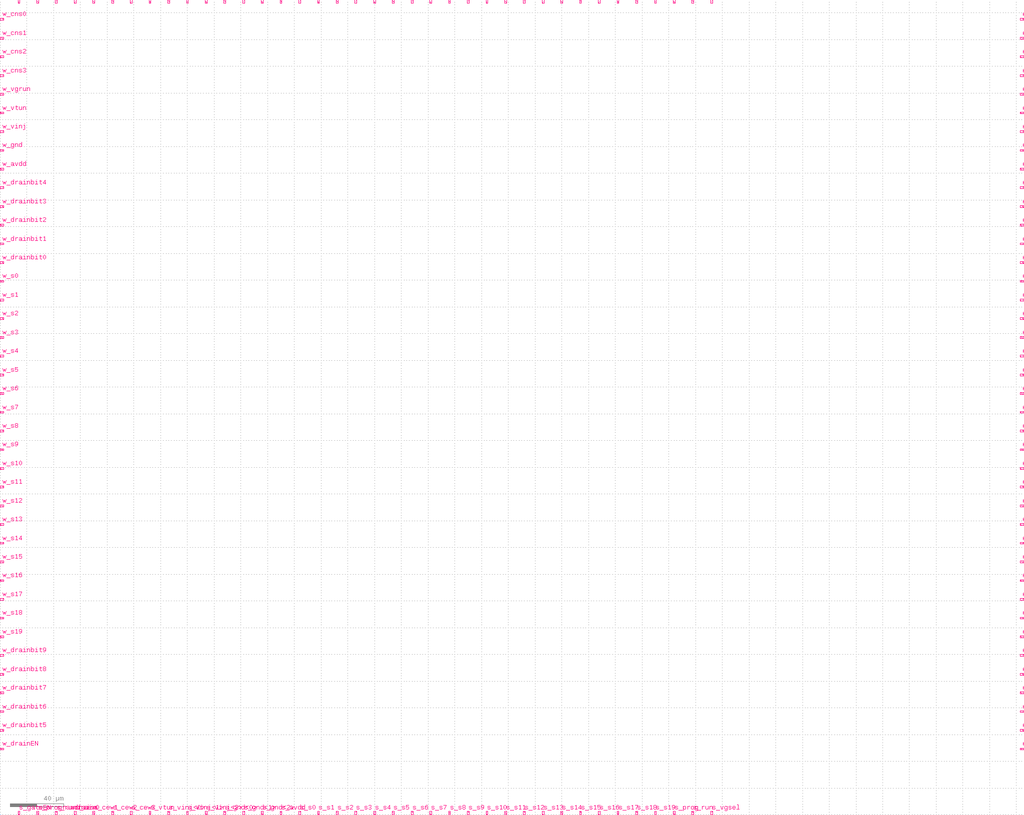
<source format=lef>
VERSION 5.5 ;
NAMESCASESENSITIVE ON ;
BUSBITCHARS "[]" ;
DIVIDERCHAR "/" ;

PROPERTYDEFINITIONS
  LAYER routingPitch REAL ;
END PROPERTYDEFINITIONS

UNITS
  DATABASE MICRONS 1000 ;
END UNITS
MANUFACTURINGGRID 0.01 ;
LAYER POLY1
  TYPE MASTERSLICE ;
END POLY1

LAYER CONT
  TYPE CUT ;
  SPACING 0.4 ;
END CONT

LAYER METAL1
  TYPE ROUTING ;
  DIRECTION HORIZONTAL ;
  PITCH 0 ;
  WIDTH 0.5 ;
  SPACING 0.45 ;
  PROPERTY routingPitch 1.25 ;
END METAL1

LAYER VIA12
  TYPE CUT ;
  SPACING 0.45 ;
END VIA12

LAYER METAL2
  TYPE ROUTING ;
  DIRECTION VERTICAL ;
  PITCH 0 ;
  WIDTH 0.6 ;
  SPACING 0.5 ;
  PROPERTY routingPitch 1.4 ;
END METAL2

LAYER VIA23
  TYPE CUT ;
  SPACING 0.45 ;
END VIA23

LAYER METAL3
  TYPE ROUTING ;
  DIRECTION HORIZONTAL ;
  PITCH 0 ;
  WIDTH 0.6 ;
  SPACING 0.5 ;
  PROPERTY routingPitch 1.25 ;
END METAL3

LAYER VIA34
  TYPE CUT ;
  SPACING 0.45 ;
END VIA34

LAYER METAL4
  TYPE ROUTING ;
  DIRECTION VERTICAL ;
  PITCH 0 ;
  WIDTH 0.6 ;
  SPACING 0.6 ;
  PROPERTY routingPitch 1.4 ;
END METAL4

LAYER OVERLAP
  TYPE OVERLAP ;
END OVERLAP

VIARULE M4_M3 GENERATE
  LAYER METAL3 ;
    ENCLOSURE 0.2 0.2 ;
  LAYER METAL4 ;
    ENCLOSURE 0.15 0.15 ;
  LAYER VIA34 ;
    RECT -0.25 -0.25 0.25 0.25 ;
    SPACING 1 BY 1 ;
END M4_M3

VIARULE M3_M2 GENERATE
  LAYER METAL2 ;
    ENCLOSURE 0.2 0.2 ;
  LAYER METAL3 ;
    ENCLOSURE 0.15 0.15 ;
  LAYER VIA23 ;
    RECT -0.25 -0.25 0.25 0.25 ;
    SPACING 1 BY 1 ;
END M3_M2

VIARULE M2_M1 GENERATE
  LAYER METAL1 ;
    ENCLOSURE 0.2 0.2 ;
  LAYER METAL2 ;
    ENCLOSURE 0.15 0.15 ;
  LAYER VIA12 ;
    RECT -0.25 -0.25 0.25 0.25 ;
    SPACING 1 BY 1 ;
END M2_M1

VIARULE M1_POLY1 GENERATE
  LAYER POLY1 ;
    ENCLOSURE 0.2 0.2 ;
  LAYER METAL1 ;
    ENCLOSURE 0.15 0.15 ;
  LAYER CONT ;
    RECT -0.2 -0.2 0.2 0.2 ;
    SPACING 1 BY 1 ;
END M1_POLY1

VIA M1_POLY1
  LAYER CONT ;
    RECT -0.2 -0.2 0.2 0.2 ;
  LAYER POLY1 ;
    RECT -0.4 -0.4 0.4 0.4 ;
  LAYER METAL1 ;
    RECT -0.35 -0.35 0.35 0.35 ;
END M1_POLY1

VIA M2_M1
  LAYER VIA12 ;
    RECT -0.25 -0.25 0.25 0.25 ;
  LAYER METAL2 ;
    RECT -0.4 -0.4 0.4 0.4 ;
  LAYER METAL1 ;
    RECT -0.45 -0.45 0.45 0.45 ;
END M2_M1

VIA M3_M2
  LAYER VIA23 ;
    RECT -0.25 -0.25 0.25 0.25 ;
  LAYER METAL3 ;
    RECT -0.4 -0.4 0.4 0.4 ;
  LAYER METAL2 ;
    RECT -0.45 -0.45 0.45 0.45 ;
END M3_M2

VIA M4_M3
  LAYER VIA34 ;
    RECT -0.25 -0.25 0.25 0.25 ;
  LAYER METAL4 ;
    RECT -0.4 -0.4 0.4 0.4 ;
  LAYER METAL3 ;
    RECT -0.45 -0.45 0.45 0.45 ;
END M4_M3


MACRO cab2
  PIN n_gateEN
    DIRECTION INOUT ;
    USE SIGNAL ;
    PORT
      LAYER METAL3 ;
        RECT 13.3 607.09 14.7 609.89 ;
    END
  END n_gateEN
  PIN n_programdrain
    DIRECTION INOUT ;
    USE SIGNAL ;
    PORT
      LAYER METAL3 ;
        RECT 27.3 607.09 28.7 609.89 ;
    END
  END n_programdrain
  PIN n_rundrain
    DIRECTION INOUT ;
    USE SIGNAL ;
    PORT
      LAYER METAL3 ;
        RECT 41.3 607.09 42.7 609.89 ;
    END
  END n_rundrain
  PIN n_cew0
    DIRECTION INOUT ;
    USE SIGNAL ;
    PORT
      LAYER METAL3 ;
        RECT 55.3 607.09 56.7 609.89 ;
    END
  END n_cew0
  PIN n_cew1
    DIRECTION INOUT ;
    USE SIGNAL ;
    PORT
      LAYER METAL3 ;
        RECT 69.3 607.09 70.7 609.89 ;
    END
  END n_cew1
  PIN n_cew2
    DIRECTION INOUT ;
    USE SIGNAL ;
    PORT
      LAYER METAL3 ;
        RECT 83.3 607.09 84.7 609.89 ;
    END
  END n_cew2
  PIN n_cew3
    DIRECTION INOUT ;
    USE SIGNAL ;
    PORT
      LAYER METAL3 ;
        RECT 97.3 607.09 98.7 609.89 ;
    END
  END n_cew3
  PIN n_vtun
    DIRECTION INOUT ;
    USE SIGNAL ;
    PORT
      LAYER METAL3 ;
        RECT 111.3 607.09 112.7 609.89 ;
    END
  END n_vtun
  PIN n_vinj<0>
    DIRECTION INOUT ;
    USE SIGNAL ;
    PORT
      LAYER METAL3 ;
        RECT 125.3 607.09 126.7 609.89 ;
    END
  END n_vinj<0>
  PIN n_vinj<1>
    DIRECTION INOUT ;
    USE SIGNAL ;
    PORT
      LAYER METAL3 ;
        RECT 139.3 607.09 140.7 609.89 ;
    END
  END n_vinj<1>
  PIN n_vinj<2>
    DIRECTION INOUT ;
    USE SIGNAL ;
    PORT
      LAYER METAL3 ;
        RECT 153.3 607.09 154.7 609.89 ;
    END
  END n_vinj<2>
  PIN n_gnd<0>
    DIRECTION INOUT ;
    USE SIGNAL ;
    PORT
      LAYER METAL3 ;
        RECT 167.3 607.09 168.7 609.89 ;
    END
  END n_gnd<0>
  PIN n_gnd<1>
    DIRECTION INOUT ;
    USE SIGNAL ;
    PORT
      LAYER METAL3 ;
        RECT 181.3 607.09 182.7 609.89 ;
    END
  END n_gnd<1>
  PIN n_gnd<2>
    DIRECTION INOUT ;
    USE SIGNAL ;
    PORT
      LAYER METAL3 ;
        RECT 195.3 607.09 196.7 609.89 ;
    END
  END n_gnd<2>
  PIN n_avdd
    DIRECTION INOUT ;
    USE SIGNAL ;
    PORT
      LAYER METAL3 ;
        RECT 209.3 607.09 210.7 609.89 ;
    END
  END n_avdd
  PIN n_s0
    DIRECTION INOUT ;
    USE SIGNAL ;
    PORT
      LAYER METAL3 ;
        RECT 223.3 607.09 224.7 609.89 ;
    END
  END n_s0
  PIN n_s1
    DIRECTION INOUT ;
    USE SIGNAL ;
    PORT
      LAYER METAL3 ;
        RECT 237.3 607.09 238.7 609.89 ;
    END
  END n_s1
  PIN n_s2
    DIRECTION INOUT ;
    USE SIGNAL ;
    PORT
      LAYER METAL3 ;
        RECT 251.3 607.09 252.7 609.89 ;
    END
  END n_s2
  PIN n_s3
    DIRECTION INOUT ;
    USE SIGNAL ;
    PORT
      LAYER METAL3 ;
        RECT 265.3 607.09 266.7 609.89 ;
    END
  END n_s3
  PIN n_s4
    DIRECTION INOUT ;
    USE SIGNAL ;
    PORT
      LAYER METAL3 ;
        RECT 279.3 607.09 280.7 609.89 ;
    END
  END n_s4
  PIN n_s5
    DIRECTION INOUT ;
    USE SIGNAL ;
    PORT
      LAYER METAL3 ;
        RECT 293.3 607.09 294.7 609.89 ;
    END
  END n_s5
  PIN n_s6
    DIRECTION INOUT ;
    USE SIGNAL ;
    PORT
      LAYER METAL3 ;
        RECT 307.3 607.09 308.7 609.89 ;
    END
  END n_s6
  PIN n_s7
    DIRECTION INOUT ;
    USE SIGNAL ;
    PORT
      LAYER METAL3 ;
        RECT 321.3 607.09 322.7 609.89 ;
    END
  END n_s7
  PIN n_s8
    DIRECTION INOUT ;
    USE SIGNAL ;
    PORT
      LAYER METAL3 ;
        RECT 335.3 607.09 336.7 609.89 ;
    END
  END n_s8
  PIN n_s9
    DIRECTION INOUT ;
    USE SIGNAL ;
    PORT
      LAYER METAL3 ;
        RECT 349.3 607.09 350.7 609.89 ;
    END
  END n_s9
  PIN n_s10
    DIRECTION INOUT ;
    USE SIGNAL ;
    PORT
      LAYER METAL3 ;
        RECT 363.3 607.09 364.7 609.89 ;
    END
  END n_s10
  PIN n_s11
    DIRECTION INOUT ;
    USE SIGNAL ;
    PORT
      LAYER METAL3 ;
        RECT 377.3 607.09 378.7 609.89 ;
    END
  END n_s11
  PIN n_s12
    DIRECTION INOUT ;
    USE SIGNAL ;
    PORT
      LAYER METAL3 ;
        RECT 391.3 607.09 392.7 609.89 ;
    END
  END n_s12
  PIN n_s13
    DIRECTION INOUT ;
    USE SIGNAL ;
    PORT
      LAYER METAL3 ;
        RECT 405.3 607.09 406.7 609.89 ;
    END
  END n_s13
  PIN n_s14
    DIRECTION INOUT ;
    USE SIGNAL ;
    PORT
      LAYER METAL3 ;
        RECT 419.3 607.09 420.7 609.89 ;
    END
  END n_s14
  PIN n_s15
    DIRECTION INOUT ;
    USE SIGNAL ;
    PORT
      LAYER METAL3 ;
        RECT 433.3 607.09 434.7 609.89 ;
    END
  END n_s15
  PIN n_s16
    DIRECTION INOUT ;
    USE SIGNAL ;
    PORT
      LAYER METAL3 ;
        RECT 447.3 607.09 448.7 609.89 ;
    END
  END n_s16
  PIN n_s17
    DIRECTION INOUT ;
    USE SIGNAL ;
    PORT
      LAYER METAL3 ;
        RECT 461.3 607.09 462.7 609.89 ;
    END
  END n_s17
  PIN n_s18
    DIRECTION INOUT ;
    USE SIGNAL ;
    PORT
      LAYER METAL3 ;
        RECT 475.3 607.09 476.7 609.89 ;
    END
  END n_s18
  PIN n_s19
    DIRECTION INOUT ;
    USE SIGNAL ;
    PORT
      LAYER METAL3 ;
        RECT 489.3 607.09 490.7 609.89 ;
    END
  END n_s19
  PIN n_prog
    DIRECTION INOUT ;
    USE SIGNAL ;
    PORT
      LAYER METAL3 ;
        RECT 503.3 607.09 504.7 609.89 ;
    END
  END n_prog
  PIN n_run
    DIRECTION INOUT ;
    USE SIGNAL ;
    PORT
      LAYER METAL3 ;
        RECT 517.3 607.09 518.7 609.89 ;
    END
  END n_run
  PIN n_vgsel
    DIRECTION INOUT ;
    USE SIGNAL ;
    PORT
      LAYER METAL3 ;
        RECT 531.3 607.09 532.7 609.89 ;
    END
  END n_vgsel
  PIN e_cns0
    DIRECTION INOUT ;
    USE SIGNAL ;
    PORT
      LAYER METAL3 ;
        RECT 762.81 594.49 765.61 595.89 ;
    END
  END e_cns0
  PIN e_cns1
    DIRECTION INOUT ;
    USE SIGNAL ;
    PORT
      LAYER METAL3 ;
        RECT 762.81 580.49 765.61 581.89 ;
    END
  END e_cns1
  PIN e_cns2
    DIRECTION INOUT ;
    USE SIGNAL ;
    PORT
      LAYER METAL3 ;
        RECT 762.81 566.49 765.61 567.89 ;
    END
  END e_cns2
  PIN e_cns3
    DIRECTION INOUT ;
    USE SIGNAL ;
    PORT
      LAYER METAL3 ;
        RECT 762.81 552.49 765.61 553.89 ;
    END
  END e_cns3
  PIN e_vgrun
    DIRECTION INOUT ;
    USE SIGNAL ;
    PORT
      LAYER METAL3 ;
        RECT 762.81 538.49 765.61 539.89 ;
    END
  END e_vgrun
  PIN e_vtun
    DIRECTION INOUT ;
    USE SIGNAL ;
    PORT
      LAYER METAL3 ;
        RECT 762.81 524.49 765.61 525.89 ;
    END
  END e_vtun
  PIN e_vinj
    DIRECTION INOUT ;
    USE SIGNAL ;
    PORT
      LAYER METAL3 ;
        RECT 762.81 510.49 765.61 511.89 ;
    END
  END e_vinj
  PIN e_gnd
    DIRECTION INOUT ;
    USE SIGNAL ;
    PORT
      LAYER METAL3 ;
        RECT 762.81 496.49 765.61 497.89 ;
    END
  END e_gnd
  PIN e_avdd
    DIRECTION INOUT ;
    USE SIGNAL ;
    PORT
      LAYER METAL3 ;
        RECT 762.81 482.49 765.61 483.89 ;
    END
  END e_avdd
  PIN e_drainbit4
    DIRECTION INOUT ;
    USE SIGNAL ;
    PORT
      LAYER METAL3 ;
        RECT 762.81 468.49 765.61 469.89 ;
    END
  END e_drainbit4
  PIN e_drainbit3
    DIRECTION INOUT ;
    USE SIGNAL ;
    PORT
      LAYER METAL3 ;
        RECT 762.81 454.49 765.61 455.89 ;
    END
  END e_drainbit3
  PIN e_drainbit2
    DIRECTION INOUT ;
    USE SIGNAL ;
    PORT
      LAYER METAL3 ;
        RECT 762.81 440.49 765.61 441.89 ;
    END
  END e_drainbit2
  PIN e_drainbit1
    DIRECTION INOUT ;
    USE SIGNAL ;
    PORT
      LAYER METAL3 ;
        RECT 762.81 426.49 765.61 427.89 ;
    END
  END e_drainbit1
  PIN e_drainbit0
    DIRECTION INOUT ;
    USE SIGNAL ;
    PORT
      LAYER METAL3 ;
        RECT 762.81 412.49 765.61 413.89 ;
    END
  END e_drainbit0
  PIN e_s0
    DIRECTION INOUT ;
    USE SIGNAL ;
    PORT
      LAYER METAL3 ;
        RECT 762.81 398.49 765.61 399.89 ;
    END
  END e_s0
  PIN e_s1
    DIRECTION INOUT ;
    USE SIGNAL ;
    PORT
      LAYER METAL3 ;
        RECT 762.81 384.49 765.61 385.89 ;
    END
  END e_s1
  PIN e_s2
    DIRECTION INOUT ;
    USE SIGNAL ;
    PORT
      LAYER METAL3 ;
        RECT 762.81 370.49 765.61 371.89 ;
    END
  END e_s2
  PIN e_s3
    DIRECTION INOUT ;
    USE SIGNAL ;
    PORT
      LAYER METAL3 ;
        RECT 762.81 356.49 765.61 357.89 ;
    END
  END e_s3
  PIN e_s4
    DIRECTION INOUT ;
    USE SIGNAL ;
    PORT
      LAYER METAL3 ;
        RECT 762.81 342.49 765.61 343.89 ;
    END
  END e_s4
  PIN e_s5
    DIRECTION INOUT ;
    USE SIGNAL ;
    PORT
      LAYER METAL3 ;
        RECT 762.81 328.49 765.61 329.89 ;
    END
  END e_s5
  PIN e_s6
    DIRECTION INOUT ;
    USE SIGNAL ;
    PORT
      LAYER METAL3 ;
        RECT 762.81 314.49 765.61 315.89 ;
    END
  END e_s6
  PIN e_s7
    DIRECTION INOUT ;
    USE SIGNAL ;
    PORT
      LAYER METAL3 ;
        RECT 762.81 300.49 765.61 301.89 ;
    END
  END e_s7
  PIN e_s8
    DIRECTION INOUT ;
    USE SIGNAL ;
    PORT
      LAYER METAL3 ;
        RECT 762.81 286.49 765.61 287.89 ;
    END
  END e_s8
  PIN e_s9
    DIRECTION INOUT ;
    USE SIGNAL ;
    PORT
      LAYER METAL3 ;
        RECT 762.81 272.49 765.61 273.89 ;
    END
  END e_s9
  PIN e_s10
    DIRECTION INOUT ;
    USE SIGNAL ;
    PORT
      LAYER METAL3 ;
        RECT 762.81 258.49 765.61 259.89 ;
    END
  END e_s10
  PIN e_s11
    DIRECTION INOUT ;
    USE SIGNAL ;
    PORT
      LAYER METAL3 ;
        RECT 762.81 244.49 765.61 245.89 ;
    END
  END e_s11
  PIN e_s12
    DIRECTION INOUT ;
    USE SIGNAL ;
    PORT
      LAYER METAL3 ;
        RECT 762.81 230.49 765.61 231.89 ;
    END
  END e_s12
  PIN e_s13
    DIRECTION INOUT ;
    USE SIGNAL ;
    PORT
      LAYER METAL3 ;
        RECT 762.81 216.49 765.61 217.89 ;
    END
  END e_s13
  PIN e_s14
    DIRECTION INOUT ;
    USE SIGNAL ;
    PORT
      LAYER METAL3 ;
        RECT 762.81 202.49 765.61 203.89 ;
    END
  END e_s14
  PIN e_s15
    DIRECTION INOUT ;
    USE SIGNAL ;
    PORT
      LAYER METAL3 ;
        RECT 762.81 188.49 765.61 189.89 ;
    END
  END e_s15
  PIN e_s16
    DIRECTION INOUT ;
    USE SIGNAL ;
    PORT
      LAYER METAL3 ;
        RECT 762.81 174.49 765.61 175.89 ;
    END
  END e_s16
  PIN e_s17
    DIRECTION INOUT ;
    USE SIGNAL ;
    PORT
      LAYER METAL3 ;
        RECT 762.81 160.49 765.61 161.89 ;
    END
  END e_s17
  PIN e_s18
    DIRECTION INOUT ;
    USE SIGNAL ;
    PORT
      LAYER METAL3 ;
        RECT 762.81 146.49 765.61 147.89 ;
    END
  END e_s18
  PIN e_s19
    DIRECTION INOUT ;
    USE SIGNAL ;
    PORT
      LAYER METAL3 ;
        RECT 762.81 132.49 765.61 133.89 ;
    END
  END e_s19
  PIN e_drainbit9
    DIRECTION INOUT ;
    USE SIGNAL ;
    PORT
      LAYER METAL3 ;
        RECT 762.81 118.49 765.61 119.89 ;
    END
  END e_drainbit9
  PIN e_drainbit8
    DIRECTION INOUT ;
    USE SIGNAL ;
    PORT
      LAYER METAL3 ;
        RECT 762.81 104.49 765.61 105.89 ;
    END
  END e_drainbit8
  PIN e_drainbit7
    DIRECTION INOUT ;
    USE SIGNAL ;
    PORT
      LAYER METAL3 ;
        RECT 762.81 90.49 765.61 91.89 ;
    END
  END e_drainbit7
  PIN e_drainbit6
    DIRECTION INOUT ;
    USE SIGNAL ;
    PORT
      LAYER METAL3 ;
        RECT 762.81 76.49 765.61 77.89 ;
    END
  END e_drainbit6
  PIN e_drainbit5
    DIRECTION INOUT ;
    USE SIGNAL ;
    PORT
      LAYER METAL3 ;
        RECT 762.81 62.49 765.61 63.89 ;
    END
  END e_drainbit5
  PIN e_drainEN
    DIRECTION INOUT ;
    USE SIGNAL ;
    PORT
      LAYER METAL3 ;
        RECT 762.81 48.49 765.61 49.89 ;
    END
  END e_drainEN
  PIN s_gateEN
    DIRECTION INOUT ;
    USE SIGNAL ;
    PORT
      LAYER METAL3 ;
        RECT 13.3 0.0 14.7 2.8 ;
    END
  END s_gateEN
  PIN s_programdrain
    DIRECTION INOUT ;
    USE SIGNAL ;
    PORT
      LAYER METAL3 ;
        RECT 27.3 0.0 28.7 2.8 ;
    END
  END s_programdrain
  PIN s_rundrain
    DIRECTION INOUT ;
    USE SIGNAL ;
    PORT
      LAYER METAL3 ;
        RECT 41.3 0.0 42.7 2.8 ;
    END
  END s_rundrain
  PIN s_cew0
    DIRECTION INOUT ;
    USE SIGNAL ;
    PORT
      LAYER METAL3 ;
        RECT 55.3 0.0 56.7 2.8 ;
    END
  END s_cew0
  PIN s_cew1
    DIRECTION INOUT ;
    USE SIGNAL ;
    PORT
      LAYER METAL3 ;
        RECT 69.3 0.0 70.7 2.8 ;
    END
  END s_cew1
  PIN s_cew2
    DIRECTION INOUT ;
    USE SIGNAL ;
    PORT
      LAYER METAL3 ;
        RECT 83.3 0.0 84.7 2.8 ;
    END
  END s_cew2
  PIN s_cew3
    DIRECTION INOUT ;
    USE SIGNAL ;
    PORT
      LAYER METAL3 ;
        RECT 97.3 0.0 98.7 2.8 ;
    END
  END s_cew3
  PIN s_vtun
    DIRECTION INOUT ;
    USE SIGNAL ;
    PORT
      LAYER METAL3 ;
        RECT 111.3 0.0 112.7 2.8 ;
    END
  END s_vtun
  PIN s_vinj<0>
    DIRECTION INOUT ;
    USE SIGNAL ;
    PORT
      LAYER METAL3 ;
        RECT 125.3 0.0 126.7 2.8 ;
    END
  END s_vinj<0>
  PIN s_vinj<1>
    DIRECTION INOUT ;
    USE SIGNAL ;
    PORT
      LAYER METAL3 ;
        RECT 139.3 0.0 140.7 2.8 ;
    END
  END s_vinj<1>
  PIN s_vinj<2>
    DIRECTION INOUT ;
    USE SIGNAL ;
    PORT
      LAYER METAL3 ;
        RECT 153.3 0.0 154.7 2.8 ;
    END
  END s_vinj<2>
  PIN s_gnd<0>
    DIRECTION INOUT ;
    USE SIGNAL ;
    PORT
      LAYER METAL3 ;
        RECT 167.3 0.0 168.7 2.8 ;
    END
  END s_gnd<0>
  PIN s_gnd<1>
    DIRECTION INOUT ;
    USE SIGNAL ;
    PORT
      LAYER METAL3 ;
        RECT 181.3 0.0 182.7 2.8 ;
    END
  END s_gnd<1>
  PIN s_gnd<2>
    DIRECTION INOUT ;
    USE SIGNAL ;
    PORT
      LAYER METAL3 ;
        RECT 195.3 0.0 196.7 2.8 ;
    END
  END s_gnd<2>
  PIN s_avdd
    DIRECTION INOUT ;
    USE SIGNAL ;
    PORT
      LAYER METAL3 ;
        RECT 209.3 0.0 210.7 2.8 ;
    END
  END s_avdd
  PIN s_s0
    DIRECTION INOUT ;
    USE SIGNAL ;
    PORT
      LAYER METAL3 ;
        RECT 223.3 0.0 224.7 2.8 ;
    END
  END s_s0
  PIN s_s1
    DIRECTION INOUT ;
    USE SIGNAL ;
    PORT
      LAYER METAL3 ;
        RECT 237.3 0.0 238.7 2.8 ;
    END
  END s_s1
  PIN s_s2
    DIRECTION INOUT ;
    USE SIGNAL ;
    PORT
      LAYER METAL3 ;
        RECT 251.3 0.0 252.7 2.8 ;
    END
  END s_s2
  PIN s_s3
    DIRECTION INOUT ;
    USE SIGNAL ;
    PORT
      LAYER METAL3 ;
        RECT 265.3 0.0 266.7 2.8 ;
    END
  END s_s3
  PIN s_s4
    DIRECTION INOUT ;
    USE SIGNAL ;
    PORT
      LAYER METAL3 ;
        RECT 279.3 0.0 280.7 2.8 ;
    END
  END s_s4
  PIN s_s5
    DIRECTION INOUT ;
    USE SIGNAL ;
    PORT
      LAYER METAL3 ;
        RECT 293.3 0.0 294.7 2.8 ;
    END
  END s_s5
  PIN s_s6
    DIRECTION INOUT ;
    USE SIGNAL ;
    PORT
      LAYER METAL3 ;
        RECT 307.3 0.0 308.7 2.8 ;
    END
  END s_s6
  PIN s_s7
    DIRECTION INOUT ;
    USE SIGNAL ;
    PORT
      LAYER METAL3 ;
        RECT 321.3 0.0 322.7 2.8 ;
    END
  END s_s7
  PIN s_s8
    DIRECTION INOUT ;
    USE SIGNAL ;
    PORT
      LAYER METAL3 ;
        RECT 335.3 0.0 336.7 2.8 ;
    END
  END s_s8
  PIN s_s9
    DIRECTION INOUT ;
    USE SIGNAL ;
    PORT
      LAYER METAL3 ;
        RECT 349.3 0.0 350.7 2.8 ;
    END
  END s_s9
  PIN s_s10
    DIRECTION INOUT ;
    USE SIGNAL ;
    PORT
      LAYER METAL3 ;
        RECT 363.3 0.0 364.7 2.8 ;
    END
  END s_s10
  PIN s_s11
    DIRECTION INOUT ;
    USE SIGNAL ;
    PORT
      LAYER METAL3 ;
        RECT 377.3 0.0 378.7 2.8 ;
    END
  END s_s11
  PIN s_s12
    DIRECTION INOUT ;
    USE SIGNAL ;
    PORT
      LAYER METAL3 ;
        RECT 391.3 0.0 392.7 2.8 ;
    END
  END s_s12
  PIN s_s13
    DIRECTION INOUT ;
    USE SIGNAL ;
    PORT
      LAYER METAL3 ;
        RECT 405.3 0.0 406.7 2.8 ;
    END
  END s_s13
  PIN s_s14
    DIRECTION INOUT ;
    USE SIGNAL ;
    PORT
      LAYER METAL3 ;
        RECT 419.3 0.0 420.7 2.8 ;
    END
  END s_s14
  PIN s_s15
    DIRECTION INOUT ;
    USE SIGNAL ;
    PORT
      LAYER METAL3 ;
        RECT 433.3 0.0 434.7 2.8 ;
    END
  END s_s15
  PIN s_s16
    DIRECTION INOUT ;
    USE SIGNAL ;
    PORT
      LAYER METAL3 ;
        RECT 447.3 0.0 448.7 2.8 ;
    END
  END s_s16
  PIN s_s17
    DIRECTION INOUT ;
    USE SIGNAL ;
    PORT
      LAYER METAL3 ;
        RECT 461.3 0.0 462.7 2.8 ;
    END
  END s_s17
  PIN s_s18
    DIRECTION INOUT ;
    USE SIGNAL ;
    PORT
      LAYER METAL3 ;
        RECT 475.3 0.0 476.7 2.8 ;
    END
  END s_s18
  PIN s_s19
    DIRECTION INOUT ;
    USE SIGNAL ;
    PORT
      LAYER METAL3 ;
        RECT 489.3 0.0 490.7 2.8 ;
    END
  END s_s19
  PIN s_prog
    DIRECTION INOUT ;
    USE SIGNAL ;
    PORT
      LAYER METAL3 ;
        RECT 503.3 0.0 504.7 2.8 ;
    END
  END s_prog
  PIN s_run
    DIRECTION INOUT ;
    USE SIGNAL ;
    PORT
      LAYER METAL3 ;
        RECT 517.3 0.0 518.7 2.8 ;
    END
  END s_run
  PIN s_vgsel
    DIRECTION INOUT ;
    USE SIGNAL ;
    PORT
      LAYER METAL3 ;
        RECT 531.3 0.0 532.7 2.8 ;
    END
  END s_vgsel
  PIN w_cns0
    DIRECTION INOUT ;
    USE SIGNAL ;
    PORT
      LAYER METAL3 ;
        RECT 0.0 594.49 2.8 595.89 ;
    END
  END w_cns0
  PIN w_cns1
    DIRECTION INOUT ;
    USE SIGNAL ;
    PORT
      LAYER METAL3 ;
        RECT 0.0 580.49 2.8 581.89 ;
    END
  END w_cns1
  PIN w_cns2
    DIRECTION INOUT ;
    USE SIGNAL ;
    PORT
      LAYER METAL3 ;
        RECT 0.0 566.49 2.8 567.89 ;
    END
  END w_cns2
  PIN w_cns3
    DIRECTION INOUT ;
    USE SIGNAL ;
    PORT
      LAYER METAL3 ;
        RECT 0.0 552.49 2.8 553.89 ;
    END
  END w_cns3
  PIN w_vgrun
    DIRECTION INOUT ;
    USE SIGNAL ;
    PORT
      LAYER METAL3 ;
        RECT 0.0 538.49 2.8 539.89 ;
    END
  END w_vgrun
  PIN w_vtun
    DIRECTION INOUT ;
    USE SIGNAL ;
    PORT
      LAYER METAL3 ;
        RECT 0.0 524.49 2.8 525.89 ;
    END
  END w_vtun
  PIN w_vinj
    DIRECTION INOUT ;
    USE SIGNAL ;
    PORT
      LAYER METAL3 ;
        RECT 0.0 510.49 2.8 511.89 ;
    END
  END w_vinj
  PIN w_gnd
    DIRECTION INOUT ;
    USE SIGNAL ;
    PORT
      LAYER METAL3 ;
        RECT 0.0 496.49 2.8 497.89 ;
    END
  END w_gnd
  PIN w_avdd
    DIRECTION INOUT ;
    USE SIGNAL ;
    PORT
      LAYER METAL3 ;
        RECT 0.0 482.49 2.8 483.89 ;
    END
  END w_avdd
  PIN w_drainbit4
    DIRECTION INOUT ;
    USE SIGNAL ;
    PORT
      LAYER METAL3 ;
        RECT 0.0 468.49 2.8 469.89 ;
    END
  END w_drainbit4
  PIN w_drainbit3
    DIRECTION INOUT ;
    USE SIGNAL ;
    PORT
      LAYER METAL3 ;
        RECT 0.0 454.49 2.8 455.89 ;
    END
  END w_drainbit3
  PIN w_drainbit2
    DIRECTION INOUT ;
    USE SIGNAL ;
    PORT
      LAYER METAL3 ;
        RECT 0.0 440.49 2.8 441.89 ;
    END
  END w_drainbit2
  PIN w_drainbit1
    DIRECTION INOUT ;
    USE SIGNAL ;
    PORT
      LAYER METAL3 ;
        RECT 0.0 426.49 2.8 427.89 ;
    END
  END w_drainbit1
  PIN w_drainbit0
    DIRECTION INOUT ;
    USE SIGNAL ;
    PORT
      LAYER METAL3 ;
        RECT 0.0 412.49 2.8 413.89 ;
    END
  END w_drainbit0
  PIN w_s0
    DIRECTION INOUT ;
    USE SIGNAL ;
    PORT
      LAYER METAL3 ;
        RECT 0.0 398.49 2.8 399.89 ;
    END
  END w_s0
  PIN w_s1
    DIRECTION INOUT ;
    USE SIGNAL ;
    PORT
      LAYER METAL3 ;
        RECT 0.0 384.49 2.8 385.89 ;
    END
  END w_s1
  PIN w_s2
    DIRECTION INOUT ;
    USE SIGNAL ;
    PORT
      LAYER METAL3 ;
        RECT 0.0 370.49 2.8 371.89 ;
    END
  END w_s2
  PIN w_s3
    DIRECTION INOUT ;
    USE SIGNAL ;
    PORT
      LAYER METAL3 ;
        RECT 0.0 356.49 2.8 357.89 ;
    END
  END w_s3
  PIN w_s4
    DIRECTION INOUT ;
    USE SIGNAL ;
    PORT
      LAYER METAL3 ;
        RECT 0.0 342.49 2.8 343.89 ;
    END
  END w_s4
  PIN w_s5
    DIRECTION INOUT ;
    USE SIGNAL ;
    PORT
      LAYER METAL3 ;
        RECT 0.0 328.49 2.8 329.89 ;
    END
  END w_s5
  PIN w_s6
    DIRECTION INOUT ;
    USE SIGNAL ;
    PORT
      LAYER METAL3 ;
        RECT 0.0 314.49 2.8 315.89 ;
    END
  END w_s6
  PIN w_s7
    DIRECTION INOUT ;
    USE SIGNAL ;
    PORT
      LAYER METAL3 ;
        RECT 0.0 300.49 2.8 301.89 ;
    END
  END w_s7
  PIN w_s8
    DIRECTION INOUT ;
    USE SIGNAL ;
    PORT
      LAYER METAL3 ;
        RECT 0.0 286.49 2.8 287.89 ;
    END
  END w_s8
  PIN w_s9
    DIRECTION INOUT ;
    USE SIGNAL ;
    PORT
      LAYER METAL3 ;
        RECT 0.0 272.49 2.8 273.89 ;
    END
  END w_s9
  PIN w_s10
    DIRECTION INOUT ;
    USE SIGNAL ;
    PORT
      LAYER METAL3 ;
        RECT 0.0 258.49 2.8 259.89 ;
    END
  END w_s10
  PIN w_s11
    DIRECTION INOUT ;
    USE SIGNAL ;
    PORT
      LAYER METAL3 ;
        RECT 0.0 244.49 2.8 245.89 ;
    END
  END w_s11
  PIN w_s12
    DIRECTION INOUT ;
    USE SIGNAL ;
    PORT
      LAYER METAL3 ;
        RECT 0.0 230.49 2.8 231.89 ;
    END
  END w_s12
  PIN w_s13
    DIRECTION INOUT ;
    USE SIGNAL ;
    PORT
      LAYER METAL3 ;
        RECT 0.0 216.49 2.8 217.89 ;
    END
  END w_s13
  PIN w_s14
    DIRECTION INOUT ;
    USE SIGNAL ;
    PORT
      LAYER METAL3 ;
        RECT 0.0 202.49 2.8 203.89 ;
    END
  END w_s14
  PIN w_s15
    DIRECTION INOUT ;
    USE SIGNAL ;
    PORT
      LAYER METAL3 ;
        RECT 0.0 188.49 2.8 189.89 ;
    END
  END w_s15
  PIN w_s16
    DIRECTION INOUT ;
    USE SIGNAL ;
    PORT
      LAYER METAL3 ;
        RECT 0.0 174.49 2.8 175.89 ;
    END
  END w_s16
  PIN w_s17
    DIRECTION INOUT ;
    USE SIGNAL ;
    PORT
      LAYER METAL3 ;
        RECT 0.0 160.49 2.8 161.89 ;
    END
  END w_s17
  PIN w_s18
    DIRECTION INOUT ;
    USE SIGNAL ;
    PORT
      LAYER METAL3 ;
        RECT 0.0 146.49 2.8 147.89 ;
    END
  END w_s18
  PIN w_s19
    DIRECTION INOUT ;
    USE SIGNAL ;
    PORT
      LAYER METAL3 ;
        RECT 0.0 132.49 2.8 133.89 ;
    END
  END w_s19
  PIN w_drainbit9
    DIRECTION INOUT ;
    USE SIGNAL ;
    PORT
      LAYER METAL3 ;
        RECT 0.0 118.49 2.8 119.89 ;
    END
  END w_drainbit9
  PIN w_drainbit8
    DIRECTION INOUT ;
    USE SIGNAL ;
    PORT
      LAYER METAL3 ;
        RECT 0.0 104.49 2.8 105.89 ;
    END
  END w_drainbit8
  PIN w_drainbit7
    DIRECTION INOUT ;
    USE SIGNAL ;
    PORT
      LAYER METAL3 ;
        RECT 0.0 90.49 2.8 91.89 ;
    END
  END w_drainbit7
  PIN w_drainbit6
    DIRECTION INOUT ;
    USE SIGNAL ;
    PORT
      LAYER METAL3 ;
        RECT 0.0 76.49 2.8 77.89 ;
    END
  END w_drainbit6
  PIN w_drainbit5
    DIRECTION INOUT ;
    USE SIGNAL ;
    PORT
      LAYER METAL3 ;
        RECT 0.0 62.49 2.8 63.89 ;
    END
  END w_drainbit5
  PIN w_drainEN
    DIRECTION INOUT ;
    USE SIGNAL ;
    PORT
      LAYER METAL3 ;
        RECT 0.0 48.49 2.8 49.89 ;
    END
  END w_drainEN
END cab2

MACRO cab1
  PIN n_gateEN
    DIRECTION INOUT ;
    USE SIGNAL ;
    PORT
      LAYER METAL3 ;
        RECT 13.3 607.09 14.7 609.89 ;
    END
  END n_gateEN
  PIN n_programdrain
    DIRECTION INOUT ;
    USE SIGNAL ;
    PORT
      LAYER METAL3 ;
        RECT 27.3 607.09 28.7 609.89 ;
    END
  END n_programdrain
  PIN n_rundrain
    DIRECTION INOUT ;
    USE SIGNAL ;
    PORT
      LAYER METAL3 ;
        RECT 41.3 607.09 42.7 609.89 ;
    END
  END n_rundrain
  PIN n_cew0
    DIRECTION INOUT ;
    USE SIGNAL ;
    PORT
      LAYER METAL3 ;
        RECT 55.3 607.09 56.7 609.89 ;
    END
  END n_cew0
  PIN n_cew1
    DIRECTION INOUT ;
    USE SIGNAL ;
    PORT
      LAYER METAL3 ;
        RECT 69.3 607.09 70.7 609.89 ;
    END
  END n_cew1
  PIN n_cew2
    DIRECTION INOUT ;
    USE SIGNAL ;
    PORT
      LAYER METAL3 ;
        RECT 83.3 607.09 84.7 609.89 ;
    END
  END n_cew2
  PIN n_cew3
    DIRECTION INOUT ;
    USE SIGNAL ;
    PORT
      LAYER METAL3 ;
        RECT 97.3 607.09 98.7 609.89 ;
    END
  END n_cew3
  PIN n_vtun
    DIRECTION INOUT ;
    USE SIGNAL ;
    PORT
      LAYER METAL3 ;
        RECT 111.3 607.09 112.7 609.89 ;
    END
  END n_vtun
  PIN n_vinj<0>
    DIRECTION INOUT ;
    USE SIGNAL ;
    PORT
      LAYER METAL3 ;
        RECT 125.3 607.09 126.7 609.89 ;
    END
  END n_vinj<0>
  PIN n_vinj<1>
    DIRECTION INOUT ;
    USE SIGNAL ;
    PORT
      LAYER METAL3 ;
        RECT 139.3 607.09 140.7 609.89 ;
    END
  END n_vinj<1>
  PIN n_vinj<2>
    DIRECTION INOUT ;
    USE SIGNAL ;
    PORT
      LAYER METAL3 ;
        RECT 153.3 607.09 154.7 609.89 ;
    END
  END n_vinj<2>
  PIN n_gnd<0>
    DIRECTION INOUT ;
    USE SIGNAL ;
    PORT
      LAYER METAL3 ;
        RECT 167.3 607.09 168.7 609.89 ;
    END
  END n_gnd<0>
  PIN n_gnd<1>
    DIRECTION INOUT ;
    USE SIGNAL ;
    PORT
      LAYER METAL3 ;
        RECT 181.3 607.09 182.7 609.89 ;
    END
  END n_gnd<1>
  PIN n_gnd<2>
    DIRECTION INOUT ;
    USE SIGNAL ;
    PORT
      LAYER METAL3 ;
        RECT 195.3 607.09 196.7 609.89 ;
    END
  END n_gnd<2>
  PIN n_avdd
    DIRECTION INOUT ;
    USE SIGNAL ;
    PORT
      LAYER METAL3 ;
        RECT 209.3 607.09 210.7 609.89 ;
    END
  END n_avdd
  PIN n_s0
    DIRECTION INOUT ;
    USE SIGNAL ;
    PORT
      LAYER METAL3 ;
        RECT 223.3 607.09 224.7 609.89 ;
    END
  END n_s0
  PIN n_s1
    DIRECTION INOUT ;
    USE SIGNAL ;
    PORT
      LAYER METAL3 ;
        RECT 237.3 607.09 238.7 609.89 ;
    END
  END n_s1
  PIN n_s2
    DIRECTION INOUT ;
    USE SIGNAL ;
    PORT
      LAYER METAL3 ;
        RECT 251.3 607.09 252.7 609.89 ;
    END
  END n_s2
  PIN n_s3
    DIRECTION INOUT ;
    USE SIGNAL ;
    PORT
      LAYER METAL3 ;
        RECT 265.3 607.09 266.7 609.89 ;
    END
  END n_s3
  PIN n_s4
    DIRECTION INOUT ;
    USE SIGNAL ;
    PORT
      LAYER METAL3 ;
        RECT 279.3 607.09 280.7 609.89 ;
    END
  END n_s4
  PIN n_s5
    DIRECTION INOUT ;
    USE SIGNAL ;
    PORT
      LAYER METAL3 ;
        RECT 293.3 607.09 294.7 609.89 ;
    END
  END n_s5
  PIN n_s6
    DIRECTION INOUT ;
    USE SIGNAL ;
    PORT
      LAYER METAL3 ;
        RECT 307.3 607.09 308.7 609.89 ;
    END
  END n_s6
  PIN n_s7
    DIRECTION INOUT ;
    USE SIGNAL ;
    PORT
      LAYER METAL3 ;
        RECT 321.3 607.09 322.7 609.89 ;
    END
  END n_s7
  PIN n_s8
    DIRECTION INOUT ;
    USE SIGNAL ;
    PORT
      LAYER METAL3 ;
        RECT 335.3 607.09 336.7 609.89 ;
    END
  END n_s8
  PIN n_s9
    DIRECTION INOUT ;
    USE SIGNAL ;
    PORT
      LAYER METAL3 ;
        RECT 349.3 607.09 350.7 609.89 ;
    END
  END n_s9
  PIN n_s10
    DIRECTION INOUT ;
    USE SIGNAL ;
    PORT
      LAYER METAL3 ;
        RECT 363.3 607.09 364.7 609.89 ;
    END
  END n_s10
  PIN n_s11
    DIRECTION INOUT ;
    USE SIGNAL ;
    PORT
      LAYER METAL3 ;
        RECT 377.3 607.09 378.7 609.89 ;
    END
  END n_s11
  PIN n_s12
    DIRECTION INOUT ;
    USE SIGNAL ;
    PORT
      LAYER METAL3 ;
        RECT 391.3 607.09 392.7 609.89 ;
    END
  END n_s12
  PIN n_s13
    DIRECTION INOUT ;
    USE SIGNAL ;
    PORT
      LAYER METAL3 ;
        RECT 405.3 607.09 406.7 609.89 ;
    END
  END n_s13
  PIN n_s14
    DIRECTION INOUT ;
    USE SIGNAL ;
    PORT
      LAYER METAL3 ;
        RECT 419.3 607.09 420.7 609.89 ;
    END
  END n_s14
  PIN n_s15
    DIRECTION INOUT ;
    USE SIGNAL ;
    PORT
      LAYER METAL3 ;
        RECT 433.3 607.09 434.7 609.89 ;
    END
  END n_s15
  PIN n_s16
    DIRECTION INOUT ;
    USE SIGNAL ;
    PORT
      LAYER METAL3 ;
        RECT 447.3 607.09 448.7 609.89 ;
    END
  END n_s16
  PIN n_s17
    DIRECTION INOUT ;
    USE SIGNAL ;
    PORT
      LAYER METAL3 ;
        RECT 461.3 607.09 462.7 609.89 ;
    END
  END n_s17
  PIN n_s18
    DIRECTION INOUT ;
    USE SIGNAL ;
    PORT
      LAYER METAL3 ;
        RECT 475.3 607.09 476.7 609.89 ;
    END
  END n_s18
  PIN n_s19
    DIRECTION INOUT ;
    USE SIGNAL ;
    PORT
      LAYER METAL3 ;
        RECT 489.3 607.09 490.7 609.89 ;
    END
  END n_s19
  PIN n_prog
    DIRECTION INOUT ;
    USE SIGNAL ;
    PORT
      LAYER METAL3 ;
        RECT 503.3 607.09 504.7 609.89 ;
    END
  END n_prog
  PIN n_run
    DIRECTION INOUT ;
    USE SIGNAL ;
    PORT
      LAYER METAL3 ;
        RECT 517.3 607.09 518.7 609.89 ;
    END
  END n_run
  PIN n_vgsel
    DIRECTION INOUT ;
    USE SIGNAL ;
    PORT
      LAYER METAL3 ;
        RECT 531.3 607.09 532.7 609.89 ;
    END
  END n_vgsel
  PIN e_cns0
    DIRECTION INOUT ;
    USE SIGNAL ;
    PORT
      LAYER METAL3 ;
        RECT 675.425 594.49 678.225 595.89 ;
    END
  END e_cns0
  PIN e_cns1
    DIRECTION INOUT ;
    USE SIGNAL ;
    PORT
      LAYER METAL3 ;
        RECT 675.425 580.49 678.225 581.89 ;
    END
  END e_cns1
  PIN e_cns2
    DIRECTION INOUT ;
    USE SIGNAL ;
    PORT
      LAYER METAL3 ;
        RECT 675.425 566.49 678.225 567.89 ;
    END
  END e_cns2
  PIN e_cns3
    DIRECTION INOUT ;
    USE SIGNAL ;
    PORT
      LAYER METAL3 ;
        RECT 675.425 552.49 678.225 553.89 ;
    END
  END e_cns3
  PIN e_vgrun
    DIRECTION INOUT ;
    USE SIGNAL ;
    PORT
      LAYER METAL3 ;
        RECT 675.425 538.49 678.225 539.89 ;
    END
  END e_vgrun
  PIN e_vtun
    DIRECTION INOUT ;
    USE SIGNAL ;
    PORT
      LAYER METAL3 ;
        RECT 675.425 524.49 678.225 525.89 ;
    END
  END e_vtun
  PIN e_vinj
    DIRECTION INOUT ;
    USE SIGNAL ;
    PORT
      LAYER METAL3 ;
        RECT 675.425 510.49 678.225 511.89 ;
    END
  END e_vinj
  PIN e_gnd
    DIRECTION INOUT ;
    USE SIGNAL ;
    PORT
      LAYER METAL3 ;
        RECT 675.425 496.49 678.225 497.89 ;
    END
  END e_gnd
  PIN e_avdd
    DIRECTION INOUT ;
    USE SIGNAL ;
    PORT
      LAYER METAL3 ;
        RECT 675.425 482.49 678.225 483.89 ;
    END
  END e_avdd
  PIN e_drainbit4
    DIRECTION INOUT ;
    USE SIGNAL ;
    PORT
      LAYER METAL3 ;
        RECT 675.425 468.49 678.225 469.89 ;
    END
  END e_drainbit4
  PIN e_drainbit3
    DIRECTION INOUT ;
    USE SIGNAL ;
    PORT
      LAYER METAL3 ;
        RECT 675.425 454.49 678.225 455.89 ;
    END
  END e_drainbit3
  PIN e_drainbit2
    DIRECTION INOUT ;
    USE SIGNAL ;
    PORT
      LAYER METAL3 ;
        RECT 675.425 440.49 678.225 441.89 ;
    END
  END e_drainbit2
  PIN e_drainbit1
    DIRECTION INOUT ;
    USE SIGNAL ;
    PORT
      LAYER METAL3 ;
        RECT 675.425 426.49 678.225 427.89 ;
    END
  END e_drainbit1
  PIN e_drainbit0
    DIRECTION INOUT ;
    USE SIGNAL ;
    PORT
      LAYER METAL3 ;
        RECT 675.425 412.49 678.225 413.89 ;
    END
  END e_drainbit0
  PIN e_s0
    DIRECTION INOUT ;
    USE SIGNAL ;
    PORT
      LAYER METAL3 ;
        RECT 675.425 398.49 678.225 399.89 ;
    END
  END e_s0
  PIN e_s1
    DIRECTION INOUT ;
    USE SIGNAL ;
    PORT
      LAYER METAL3 ;
        RECT 675.425 384.49 678.225 385.89 ;
    END
  END e_s1
  PIN e_s2
    DIRECTION INOUT ;
    USE SIGNAL ;
    PORT
      LAYER METAL3 ;
        RECT 675.425 370.49 678.225 371.89 ;
    END
  END e_s2
  PIN e_s3
    DIRECTION INOUT ;
    USE SIGNAL ;
    PORT
      LAYER METAL3 ;
        RECT 675.425 356.49 678.225 357.89 ;
    END
  END e_s3
  PIN e_s4
    DIRECTION INOUT ;
    USE SIGNAL ;
    PORT
      LAYER METAL3 ;
        RECT 675.425 342.49 678.225 343.89 ;
    END
  END e_s4
  PIN e_s5
    DIRECTION INOUT ;
    USE SIGNAL ;
    PORT
      LAYER METAL3 ;
        RECT 675.425 328.49 678.225 329.89 ;
    END
  END e_s5
  PIN e_s6
    DIRECTION INOUT ;
    USE SIGNAL ;
    PORT
      LAYER METAL3 ;
        RECT 675.425 314.49 678.225 315.89 ;
    END
  END e_s6
  PIN e_s7
    DIRECTION INOUT ;
    USE SIGNAL ;
    PORT
      LAYER METAL3 ;
        RECT 675.425 300.49 678.225 301.89 ;
    END
  END e_s7
  PIN e_s8
    DIRECTION INOUT ;
    USE SIGNAL ;
    PORT
      LAYER METAL3 ;
        RECT 675.425 286.49 678.225 287.89 ;
    END
  END e_s8
  PIN e_s9
    DIRECTION INOUT ;
    USE SIGNAL ;
    PORT
      LAYER METAL3 ;
        RECT 675.425 272.49 678.225 273.89 ;
    END
  END e_s9
  PIN e_s10
    DIRECTION INOUT ;
    USE SIGNAL ;
    PORT
      LAYER METAL3 ;
        RECT 675.425 258.49 678.225 259.89 ;
    END
  END e_s10
  PIN e_s11
    DIRECTION INOUT ;
    USE SIGNAL ;
    PORT
      LAYER METAL3 ;
        RECT 675.425 244.49 678.225 245.89 ;
    END
  END e_s11
  PIN e_s12
    DIRECTION INOUT ;
    USE SIGNAL ;
    PORT
      LAYER METAL3 ;
        RECT 675.425 230.49 678.225 231.89 ;
    END
  END e_s12
  PIN e_s13
    DIRECTION INOUT ;
    USE SIGNAL ;
    PORT
      LAYER METAL3 ;
        RECT 675.425 216.49 678.225 217.89 ;
    END
  END e_s13
  PIN e_s14
    DIRECTION INOUT ;
    USE SIGNAL ;
    PORT
      LAYER METAL3 ;
        RECT 675.425 202.49 678.225 203.89 ;
    END
  END e_s14
  PIN e_s15
    DIRECTION INOUT ;
    USE SIGNAL ;
    PORT
      LAYER METAL3 ;
        RECT 675.425 188.49 678.225 189.89 ;
    END
  END e_s15
  PIN e_s16
    DIRECTION INOUT ;
    USE SIGNAL ;
    PORT
      LAYER METAL3 ;
        RECT 675.425 174.49 678.225 175.89 ;
    END
  END e_s16
  PIN e_s17
    DIRECTION INOUT ;
    USE SIGNAL ;
    PORT
      LAYER METAL3 ;
        RECT 675.425 160.49 678.225 161.89 ;
    END
  END e_s17
  PIN e_s18
    DIRECTION INOUT ;
    USE SIGNAL ;
    PORT
      LAYER METAL3 ;
        RECT 675.425 146.49 678.225 147.89 ;
    END
  END e_s18
  PIN e_s19
    DIRECTION INOUT ;
    USE SIGNAL ;
    PORT
      LAYER METAL3 ;
        RECT 675.425 132.49 678.225 133.89 ;
    END
  END e_s19
  PIN e_drainbit9
    DIRECTION INOUT ;
    USE SIGNAL ;
    PORT
      LAYER METAL3 ;
        RECT 675.425 118.49 678.225 119.89 ;
    END
  END e_drainbit9
  PIN e_drainbit8
    DIRECTION INOUT ;
    USE SIGNAL ;
    PORT
      LAYER METAL3 ;
        RECT 675.425 104.49 678.225 105.89 ;
    END
  END e_drainbit8
  PIN e_drainbit7
    DIRECTION INOUT ;
    USE SIGNAL ;
    PORT
      LAYER METAL3 ;
        RECT 675.425 90.49 678.225 91.89 ;
    END
  END e_drainbit7
  PIN e_drainbit6
    DIRECTION INOUT ;
    USE SIGNAL ;
    PORT
      LAYER METAL3 ;
        RECT 675.425 76.49 678.225 77.89 ;
    END
  END e_drainbit6
  PIN e_drainbit5
    DIRECTION INOUT ;
    USE SIGNAL ;
    PORT
      LAYER METAL3 ;
        RECT 675.425 62.49 678.225 63.89 ;
    END
  END e_drainbit5
  PIN e_drainEN
    DIRECTION INOUT ;
    USE SIGNAL ;
    PORT
      LAYER METAL3 ;
        RECT 675.425 48.49 678.225 49.89 ;
    END
  END e_drainEN
  PIN s_gateEN
    DIRECTION INOUT ;
    USE SIGNAL ;
    PORT
      LAYER METAL3 ;
        RECT 13.3 0.0 14.7 2.8 ;
    END
  END s_gateEN
  PIN s_programdrain
    DIRECTION INOUT ;
    USE SIGNAL ;
    PORT
      LAYER METAL3 ;
        RECT 27.3 0.0 28.7 2.8 ;
    END
  END s_programdrain
  PIN s_rundrain
    DIRECTION INOUT ;
    USE SIGNAL ;
    PORT
      LAYER METAL3 ;
        RECT 41.3 0.0 42.7 2.8 ;
    END
  END s_rundrain
  PIN s_cew0
    DIRECTION INOUT ;
    USE SIGNAL ;
    PORT
      LAYER METAL3 ;
        RECT 55.3 0.0 56.7 2.8 ;
    END
  END s_cew0
  PIN s_cew1
    DIRECTION INOUT ;
    USE SIGNAL ;
    PORT
      LAYER METAL3 ;
        RECT 69.3 0.0 70.7 2.8 ;
    END
  END s_cew1
  PIN s_cew2
    DIRECTION INOUT ;
    USE SIGNAL ;
    PORT
      LAYER METAL3 ;
        RECT 83.3 0.0 84.7 2.8 ;
    END
  END s_cew2
  PIN s_cew3
    DIRECTION INOUT ;
    USE SIGNAL ;
    PORT
      LAYER METAL3 ;
        RECT 97.3 0.0 98.7 2.8 ;
    END
  END s_cew3
  PIN s_vtun
    DIRECTION INOUT ;
    USE SIGNAL ;
    PORT
      LAYER METAL3 ;
        RECT 111.3 0.0 112.7 2.8 ;
    END
  END s_vtun
  PIN s_vinj<0>
    DIRECTION INOUT ;
    USE SIGNAL ;
    PORT
      LAYER METAL3 ;
        RECT 125.3 0.0 126.7 2.8 ;
    END
  END s_vinj<0>
  PIN s_vinj<1>
    DIRECTION INOUT ;
    USE SIGNAL ;
    PORT
      LAYER METAL3 ;
        RECT 139.3 0.0 140.7 2.8 ;
    END
  END s_vinj<1>
  PIN s_vinj<2>
    DIRECTION INOUT ;
    USE SIGNAL ;
    PORT
      LAYER METAL3 ;
        RECT 153.3 0.0 154.7 2.8 ;
    END
  END s_vinj<2>
  PIN s_gnd<0>
    DIRECTION INOUT ;
    USE SIGNAL ;
    PORT
      LAYER METAL3 ;
        RECT 167.3 0.0 168.7 2.8 ;
    END
  END s_gnd<0>
  PIN s_gnd<1>
    DIRECTION INOUT ;
    USE SIGNAL ;
    PORT
      LAYER METAL3 ;
        RECT 181.3 0.0 182.7 2.8 ;
    END
  END s_gnd<1>
  PIN s_gnd<2>
    DIRECTION INOUT ;
    USE SIGNAL ;
    PORT
      LAYER METAL3 ;
        RECT 195.3 0.0 196.7 2.8 ;
    END
  END s_gnd<2>
  PIN s_avdd
    DIRECTION INOUT ;
    USE SIGNAL ;
    PORT
      LAYER METAL3 ;
        RECT 209.3 0.0 210.7 2.8 ;
    END
  END s_avdd
  PIN s_s0
    DIRECTION INOUT ;
    USE SIGNAL ;
    PORT
      LAYER METAL3 ;
        RECT 223.3 0.0 224.7 2.8 ;
    END
  END s_s0
  PIN s_s1
    DIRECTION INOUT ;
    USE SIGNAL ;
    PORT
      LAYER METAL3 ;
        RECT 237.3 0.0 238.7 2.8 ;
    END
  END s_s1
  PIN s_s2
    DIRECTION INOUT ;
    USE SIGNAL ;
    PORT
      LAYER METAL3 ;
        RECT 251.3 0.0 252.7 2.8 ;
    END
  END s_s2
  PIN s_s3
    DIRECTION INOUT ;
    USE SIGNAL ;
    PORT
      LAYER METAL3 ;
        RECT 265.3 0.0 266.7 2.8 ;
    END
  END s_s3
  PIN s_s4
    DIRECTION INOUT ;
    USE SIGNAL ;
    PORT
      LAYER METAL3 ;
        RECT 279.3 0.0 280.7 2.8 ;
    END
  END s_s4
  PIN s_s5
    DIRECTION INOUT ;
    USE SIGNAL ;
    PORT
      LAYER METAL3 ;
        RECT 293.3 0.0 294.7 2.8 ;
    END
  END s_s5
  PIN s_s6
    DIRECTION INOUT ;
    USE SIGNAL ;
    PORT
      LAYER METAL3 ;
        RECT 307.3 0.0 308.7 2.8 ;
    END
  END s_s6
  PIN s_s7
    DIRECTION INOUT ;
    USE SIGNAL ;
    PORT
      LAYER METAL3 ;
        RECT 321.3 0.0 322.7 2.8 ;
    END
  END s_s7
  PIN s_s8
    DIRECTION INOUT ;
    USE SIGNAL ;
    PORT
      LAYER METAL3 ;
        RECT 335.3 0.0 336.7 2.8 ;
    END
  END s_s8
  PIN s_s9
    DIRECTION INOUT ;
    USE SIGNAL ;
    PORT
      LAYER METAL3 ;
        RECT 349.3 0.0 350.7 2.8 ;
    END
  END s_s9
  PIN s_s10
    DIRECTION INOUT ;
    USE SIGNAL ;
    PORT
      LAYER METAL3 ;
        RECT 363.3 0.0 364.7 2.8 ;
    END
  END s_s10
  PIN s_s11
    DIRECTION INOUT ;
    USE SIGNAL ;
    PORT
      LAYER METAL3 ;
        RECT 377.3 0.0 378.7 2.8 ;
    END
  END s_s11
  PIN s_s12
    DIRECTION INOUT ;
    USE SIGNAL ;
    PORT
      LAYER METAL3 ;
        RECT 391.3 0.0 392.7 2.8 ;
    END
  END s_s12
  PIN s_s13
    DIRECTION INOUT ;
    USE SIGNAL ;
    PORT
      LAYER METAL3 ;
        RECT 405.3 0.0 406.7 2.8 ;
    END
  END s_s13
  PIN s_s14
    DIRECTION INOUT ;
    USE SIGNAL ;
    PORT
      LAYER METAL3 ;
        RECT 419.3 0.0 420.7 2.8 ;
    END
  END s_s14
  PIN s_s15
    DIRECTION INOUT ;
    USE SIGNAL ;
    PORT
      LAYER METAL3 ;
        RECT 433.3 0.0 434.7 2.8 ;
    END
  END s_s15
  PIN s_s16
    DIRECTION INOUT ;
    USE SIGNAL ;
    PORT
      LAYER METAL3 ;
        RECT 447.3 0.0 448.7 2.8 ;
    END
  END s_s16
  PIN s_s17
    DIRECTION INOUT ;
    USE SIGNAL ;
    PORT
      LAYER METAL3 ;
        RECT 461.3 0.0 462.7 2.8 ;
    END
  END s_s17
  PIN s_s18
    DIRECTION INOUT ;
    USE SIGNAL ;
    PORT
      LAYER METAL3 ;
        RECT 475.3 0.0 476.7 2.8 ;
    END
  END s_s18
  PIN s_s19
    DIRECTION INOUT ;
    USE SIGNAL ;
    PORT
      LAYER METAL3 ;
        RECT 489.3 0.0 490.7 2.8 ;
    END
  END s_s19
  PIN s_prog
    DIRECTION INOUT ;
    USE SIGNAL ;
    PORT
      LAYER METAL3 ;
        RECT 503.3 0.0 504.7 2.8 ;
    END
  END s_prog
  PIN s_run
    DIRECTION INOUT ;
    USE SIGNAL ;
    PORT
      LAYER METAL3 ;
        RECT 517.3 0.0 518.7 2.8 ;
    END
  END s_run
  PIN s_vgsel
    DIRECTION INOUT ;
    USE SIGNAL ;
    PORT
      LAYER METAL3 ;
        RECT 531.3 0.0 532.7 2.8 ;
    END
  END s_vgsel
  PIN w_cns0
    DIRECTION INOUT ;
    USE SIGNAL ;
    PORT
      LAYER METAL3 ;
        RECT 0.0 594.49 2.8 595.89 ;
    END
  END w_cns0
  PIN w_cns1
    DIRECTION INOUT ;
    USE SIGNAL ;
    PORT
      LAYER METAL3 ;
        RECT 0.0 580.49 2.8 581.89 ;
    END
  END w_cns1
  PIN w_cns2
    DIRECTION INOUT ;
    USE SIGNAL ;
    PORT
      LAYER METAL3 ;
        RECT 0.0 566.49 2.8 567.89 ;
    END
  END w_cns2
  PIN w_cns3
    DIRECTION INOUT ;
    USE SIGNAL ;
    PORT
      LAYER METAL3 ;
        RECT 0.0 552.49 2.8 553.89 ;
    END
  END w_cns3
  PIN w_vgrun
    DIRECTION INOUT ;
    USE SIGNAL ;
    PORT
      LAYER METAL3 ;
        RECT 0.0 538.49 2.8 539.89 ;
    END
  END w_vgrun
  PIN w_vtun
    DIRECTION INOUT ;
    USE SIGNAL ;
    PORT
      LAYER METAL3 ;
        RECT 0.0 524.49 2.8 525.89 ;
    END
  END w_vtun
  PIN w_vinj
    DIRECTION INOUT ;
    USE SIGNAL ;
    PORT
      LAYER METAL3 ;
        RECT 0.0 510.49 2.8 511.89 ;
    END
  END w_vinj
  PIN w_gnd
    DIRECTION INOUT ;
    USE SIGNAL ;
    PORT
      LAYER METAL3 ;
        RECT 0.0 496.49 2.8 497.89 ;
    END
  END w_gnd
  PIN w_avdd
    DIRECTION INOUT ;
    USE SIGNAL ;
    PORT
      LAYER METAL3 ;
        RECT 0.0 482.49 2.8 483.89 ;
    END
  END w_avdd
  PIN w_drainbit4
    DIRECTION INOUT ;
    USE SIGNAL ;
    PORT
      LAYER METAL3 ;
        RECT 0.0 468.49 2.8 469.89 ;
    END
  END w_drainbit4
  PIN w_drainbit3
    DIRECTION INOUT ;
    USE SIGNAL ;
    PORT
      LAYER METAL3 ;
        RECT 0.0 454.49 2.8 455.89 ;
    END
  END w_drainbit3
  PIN w_drainbit2
    DIRECTION INOUT ;
    USE SIGNAL ;
    PORT
      LAYER METAL3 ;
        RECT 0.0 440.49 2.8 441.89 ;
    END
  END w_drainbit2
  PIN w_drainbit1
    DIRECTION INOUT ;
    USE SIGNAL ;
    PORT
      LAYER METAL3 ;
        RECT 0.0 426.49 2.8 427.89 ;
    END
  END w_drainbit1
  PIN w_drainbit0
    DIRECTION INOUT ;
    USE SIGNAL ;
    PORT
      LAYER METAL3 ;
        RECT 0.0 412.49 2.8 413.89 ;
    END
  END w_drainbit0
  PIN w_s0
    DIRECTION INOUT ;
    USE SIGNAL ;
    PORT
      LAYER METAL3 ;
        RECT 0.0 398.49 2.8 399.89 ;
    END
  END w_s0
  PIN w_s1
    DIRECTION INOUT ;
    USE SIGNAL ;
    PORT
      LAYER METAL3 ;
        RECT 0.0 384.49 2.8 385.89 ;
    END
  END w_s1
  PIN w_s2
    DIRECTION INOUT ;
    USE SIGNAL ;
    PORT
      LAYER METAL3 ;
        RECT 0.0 370.49 2.8 371.89 ;
    END
  END w_s2
  PIN w_s3
    DIRECTION INOUT ;
    USE SIGNAL ;
    PORT
      LAYER METAL3 ;
        RECT 0.0 356.49 2.8 357.89 ;
    END
  END w_s3
  PIN w_s4
    DIRECTION INOUT ;
    USE SIGNAL ;
    PORT
      LAYER METAL3 ;
        RECT 0.0 342.49 2.8 343.89 ;
    END
  END w_s4
  PIN w_s5
    DIRECTION INOUT ;
    USE SIGNAL ;
    PORT
      LAYER METAL3 ;
        RECT 0.0 328.49 2.8 329.89 ;
    END
  END w_s5
  PIN w_s6
    DIRECTION INOUT ;
    USE SIGNAL ;
    PORT
      LAYER METAL3 ;
        RECT 0.0 314.49 2.8 315.89 ;
    END
  END w_s6
  PIN w_s7
    DIRECTION INOUT ;
    USE SIGNAL ;
    PORT
      LAYER METAL3 ;
        RECT 0.0 300.49 2.8 301.89 ;
    END
  END w_s7
  PIN w_s8
    DIRECTION INOUT ;
    USE SIGNAL ;
    PORT
      LAYER METAL3 ;
        RECT 0.0 286.49 2.8 287.89 ;
    END
  END w_s8
  PIN w_s9
    DIRECTION INOUT ;
    USE SIGNAL ;
    PORT
      LAYER METAL3 ;
        RECT 0.0 272.49 2.8 273.89 ;
    END
  END w_s9
  PIN w_s10
    DIRECTION INOUT ;
    USE SIGNAL ;
    PORT
      LAYER METAL3 ;
        RECT 0.0 258.49 2.8 259.89 ;
    END
  END w_s10
  PIN w_s11
    DIRECTION INOUT ;
    USE SIGNAL ;
    PORT
      LAYER METAL3 ;
        RECT 0.0 244.49 2.8 245.89 ;
    END
  END w_s11
  PIN w_s12
    DIRECTION INOUT ;
    USE SIGNAL ;
    PORT
      LAYER METAL3 ;
        RECT 0.0 230.49 2.8 231.89 ;
    END
  END w_s12
  PIN w_s13
    DIRECTION INOUT ;
    USE SIGNAL ;
    PORT
      LAYER METAL3 ;
        RECT 0.0 216.49 2.8 217.89 ;
    END
  END w_s13
  PIN w_s14
    DIRECTION INOUT ;
    USE SIGNAL ;
    PORT
      LAYER METAL3 ;
        RECT 0.0 202.49 2.8 203.89 ;
    END
  END w_s14
  PIN w_s15
    DIRECTION INOUT ;
    USE SIGNAL ;
    PORT
      LAYER METAL3 ;
        RECT 0.0 188.49 2.8 189.89 ;
    END
  END w_s15
  PIN w_s16
    DIRECTION INOUT ;
    USE SIGNAL ;
    PORT
      LAYER METAL3 ;
        RECT 0.0 174.49 2.8 175.89 ;
    END
  END w_s16
  PIN w_s17
    DIRECTION INOUT ;
    USE SIGNAL ;
    PORT
      LAYER METAL3 ;
        RECT 0.0 160.49 2.8 161.89 ;
    END
  END w_s17
  PIN w_s18
    DIRECTION INOUT ;
    USE SIGNAL ;
    PORT
      LAYER METAL3 ;
        RECT 0.0 146.49 2.8 147.89 ;
    END
  END w_s18
  PIN w_s19
    DIRECTION INOUT ;
    USE SIGNAL ;
    PORT
      LAYER METAL3 ;
        RECT 0.0 132.49 2.8 133.89 ;
    END
  END w_s19
  PIN w_drainbit9
    DIRECTION INOUT ;
    USE SIGNAL ;
    PORT
      LAYER METAL3 ;
        RECT 0.0 118.49 2.8 119.89 ;
    END
  END w_drainbit9
  PIN w_drainbit8
    DIRECTION INOUT ;
    USE SIGNAL ;
    PORT
      LAYER METAL3 ;
        RECT 0.0 104.49 2.8 105.89 ;
    END
  END w_drainbit8
  PIN w_drainbit7
    DIRECTION INOUT ;
    USE SIGNAL ;
    PORT
      LAYER METAL3 ;
        RECT 0.0 90.49 2.8 91.89 ;
    END
  END w_drainbit7
  PIN w_drainbit6
    DIRECTION INOUT ;
    USE SIGNAL ;
    PORT
      LAYER METAL3 ;
        RECT 0.0 76.49 2.8 77.89 ;
    END
  END w_drainbit6
  PIN w_drainbit5
    DIRECTION INOUT ;
    USE SIGNAL ;
    PORT
      LAYER METAL3 ;
        RECT 0.0 62.49 2.8 63.89 ;
    END
  END w_drainbit5
  PIN w_drainEN
    DIRECTION INOUT ;
    USE SIGNAL ;
    PORT
      LAYER METAL3 ;
        RECT 0.0 48.49 2.8 49.89 ;
    END
  END w_drainEN
END cab1

END LIBRARY
</source>
